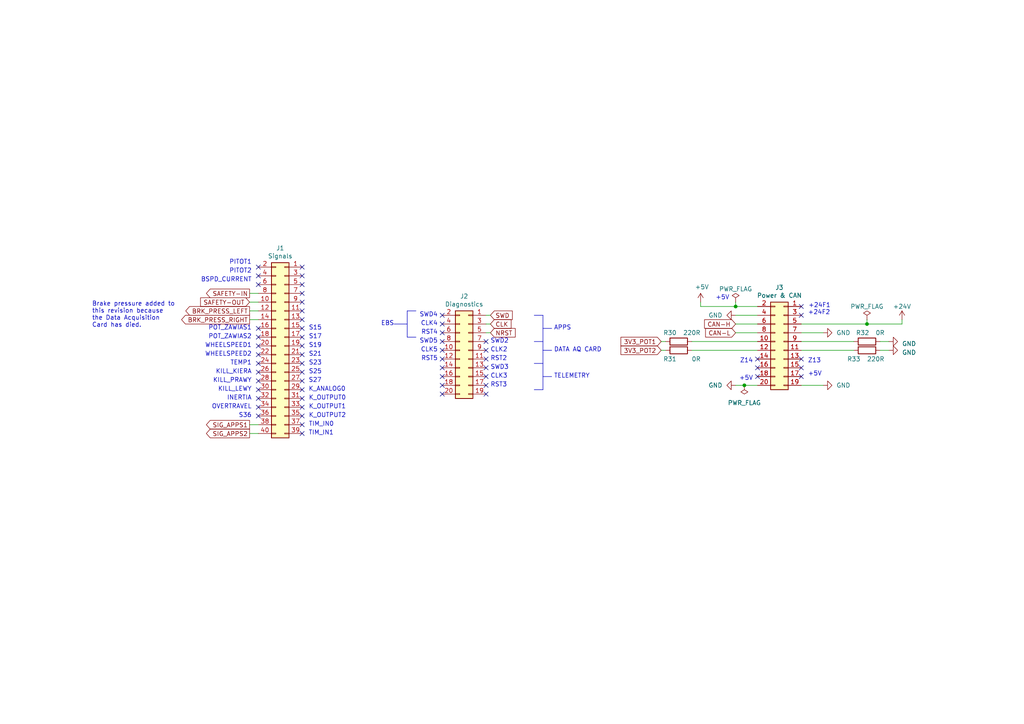
<source format=kicad_sch>
(kicad_sch (version 20230121) (generator eeschema)
  (paper "A4")
  (title_block (title "Connectors") (date "2023-04-22") (rev "2.0") (company "S. Sambor") (comment 1 "J. Jurczak") (comment 2 "P. Gawron") (comment 3 "I. Kajdan"))
  (lib_symbols
    (symbol "Device:R" (pin_numbers hide) (pin_names (offset 0))
      (property "Reference" "R" (at 2.032 0 90))
      (property "Value" "R" (at 0 0 90))
      (symbol "R_0_1"
        (rectangle (start -1.016 -2.54) (end 1.016 2.54) (stroke (width 0.254)))
      )
      (symbol "R_1_1"
        (pin passive line (at 0 3.81 270) (length 1.27) (name "~") (number "1"))
        (pin passive line (at 0 -3.81 90) (length 1.27) (name "~") (number "2"))
      )
    )
    (symbol "conn_02x10_odd_even:Conn_02x10_Odd_Even" (pin_names (offset 1.016) hide)
      (property "Reference" "J" (at 1.27 12.7 0))
      (property "Value" "conn_02x10_odd_even_Conn_02x10_Odd_Even" (at 1.27 -15.24 0))
      (symbol "Conn_02x10_Odd_Even_1_1"
        (rectangle (start -1.27 -12.573) (end 0 -12.827) (stroke (width 0.1524)))
        (rectangle (start -1.27 -10.033) (end 0 -10.287) (stroke (width 0.1524)))
        (rectangle (start -1.27 -7.493) (end 0 -7.747) (stroke (width 0.1524)))
        (rectangle (start -1.27 -4.953) (end 0 -5.207) (stroke (width 0.1524)))
        (rectangle (start -1.27 -2.413) (end 0 -2.667) (stroke (width 0.1524)))
        (rectangle (start -1.27 0.127) (end 0 -0.127) (stroke (width 0.1524)))
        (rectangle (start -1.27 2.667) (end 0 2.413) (stroke (width 0.1524)))
        (rectangle (start -1.27 5.207) (end 0 4.953) (stroke (width 0.1524)))
        (rectangle (start -1.27 7.747) (end 0 7.493) (stroke (width 0.1524)))
        (rectangle (start -1.27 10.287) (end 0 10.033) (stroke (width 0.1524)))
        (rectangle (start -1.27 11.43) (end 3.81 -13.97) (stroke (width 0.254)) (fill (type background)))
        (rectangle (start 3.81 -12.573) (end 2.54 -12.827) (stroke (width 0.1524)))
        (rectangle (start 3.81 -10.033) (end 2.54 -10.287) (stroke (width 0.1524)))
        (rectangle (start 3.81 -7.493) (end 2.54 -7.747) (stroke (width 0.1524)))
        (rectangle (start 3.81 -4.953) (end 2.54 -5.207) (stroke (width 0.1524)))
        (rectangle (start 3.81 -2.413) (end 2.54 -2.667) (stroke (width 0.1524)))
        (rectangle (start 3.81 0.127) (end 2.54 -0.127) (stroke (width 0.1524)))
        (rectangle (start 3.81 2.667) (end 2.54 2.413) (stroke (width 0.1524)))
        (rectangle (start 3.81 5.207) (end 2.54 4.953) (stroke (width 0.1524)))
        (rectangle (start 3.81 7.747) (end 2.54 7.493) (stroke (width 0.1524)))
        (rectangle (start 3.81 10.287) (end 2.54 10.033) (stroke (width 0.1524)))
        (pin passive line (at 7.62 10.16 180) (length 3.81) (name "Pin_1") (number "1"))
        (pin passive line (at -5.08 0 0) (length 3.81) (name "Pin_10") (number "10"))
        (pin passive line (at 7.62 -2.54 180) (length 3.81) (name "Pin_11") (number "11"))
        (pin passive line (at -5.08 -2.54 0) (length 3.81) (name "Pin_12") (number "12"))
        (pin passive line (at 7.62 -5.08 180) (length 3.81) (name "Pin_13") (number "13"))
        (pin passive line (at -5.08 -5.08 0) (length 3.81) (name "Pin_14") (number "14"))
        (pin passive line (at 7.62 -7.62 180) (length 3.81) (name "Pin_15") (number "15"))
        (pin passive line (at -5.08 -7.62 0) (length 3.81) (name "Pin_16") (number "16"))
        (pin passive line (at 7.62 -10.16 180) (length 3.81) (name "Pin_17") (number "17"))
        (pin passive line (at -5.08 -10.16 0) (length 3.81) (name "Pin_18") (number "18"))
        (pin passive line (at 7.62 -12.7 180) (length 3.81) (name "Pin_19") (number "19"))
        (pin passive line (at -5.08 10.16 0) (length 3.81) (name "Pin_2") (number "2"))
        (pin passive line (at -5.08 -12.7 0) (length 3.81) (name "Pin_20") (number "20"))
        (pin passive line (at 7.62 7.62 180) (length 3.81) (name "Pin_3") (number "3"))
        (pin passive line (at -5.08 7.62 0) (length 3.81) (name "Pin_4") (number "4"))
        (pin passive line (at 7.62 5.08 180) (length 3.81) (name "Pin_5") (number "5"))
        (pin passive line (at -5.08 5.08 0) (length 3.81) (name "Pin_6") (number "6"))
        (pin passive line (at 7.62 2.54 180) (length 3.81) (name "Pin_7") (number "7"))
        (pin passive line (at -5.08 2.54 0) (length 3.81) (name "Pin_8") (number "8"))
        (pin passive line (at 7.62 0 180) (length 3.81) (name "Pin_9") (number "9"))
      )
    )
    (symbol "conn_02x20_odd_even:Conn_02x20_Odd_Even" (pin_names (offset 1.016) hide)
      (property "Reference" "J" (at 1.27 25.4 0))
      (property "Value" "conn_02x20_odd_even_Conn_02x20_Odd_Even" (at 30.48 -25.4 0))
      (symbol "Conn_02x20_Odd_Even_1_1"
        (rectangle (start -1.27 -25.273) (end 0 -25.527) (stroke (width 0.1524)))
        (rectangle (start -1.27 -22.733) (end 0 -22.987) (stroke (width 0.1524)))
        (rectangle (start -1.27 -20.193) (end 0 -20.447) (stroke (width 0.1524)))
        (rectangle (start -1.27 -17.653) (end 0 -17.907) (stroke (width 0.1524)))
        (rectangle (start -1.27 -15.113) (end 0 -15.367) (stroke (width 0.1524)))
        (rectangle (start -1.27 -12.573) (end 0 -12.827) (stroke (width 0.1524)))
        (rectangle (start -1.27 -10.033) (end 0 -10.287) (stroke (width 0.1524)))
        (rectangle (start -1.27 -7.493) (end 0 -7.747) (stroke (width 0.1524)))
        (rectangle (start -1.27 -4.953) (end 0 -5.207) (stroke (width 0.1524)))
        (rectangle (start -1.27 -2.413) (end 0 -2.667) (stroke (width 0.1524)))
        (rectangle (start -1.27 0.127) (end 0 -0.127) (stroke (width 0.1524)))
        (rectangle (start -1.27 2.667) (end 0 2.413) (stroke (width 0.1524)))
        (rectangle (start -1.27 5.207) (end 0 4.953) (stroke (width 0.1524)))
        (rectangle (start -1.27 7.747) (end 0 7.493) (stroke (width 0.1524)))
        (rectangle (start -1.27 10.287) (end 0 10.033) (stroke (width 0.1524)))
        (rectangle (start -1.27 12.827) (end 0 12.573) (stroke (width 0.1524)))
        (rectangle (start -1.27 15.367) (end 0 15.113) (stroke (width 0.1524)))
        (rectangle (start -1.27 17.907) (end 0 17.653) (stroke (width 0.1524)))
        (rectangle (start -1.27 20.447) (end 0 20.193) (stroke (width 0.1524)))
        (rectangle (start -1.27 22.987) (end 0 22.733) (stroke (width 0.1524)))
        (rectangle (start -1.27 24.13) (end 3.81 -26.67) (stroke (width 0.254)) (fill (type background)))
        (rectangle (start 3.81 -25.273) (end 2.54 -25.527) (stroke (width 0.1524)))
        (rectangle (start 3.81 -22.733) (end 2.54 -22.987) (stroke (width 0.1524)))
        (rectangle (start 3.81 -20.193) (end 2.54 -20.447) (stroke (width 0.1524)))
        (rectangle (start 3.81 -17.653) (end 2.54 -17.907) (stroke (width 0.1524)))
        (rectangle (start 3.81 -15.113) (end 2.54 -15.367) (stroke (width 0.1524)))
        (rectangle (start 3.81 -12.573) (end 2.54 -12.827) (stroke (width 0.1524)))
        (rectangle (start 3.81 -10.033) (end 2.54 -10.287) (stroke (width 0.1524)))
        (rectangle (start 3.81 -7.493) (end 2.54 -7.747) (stroke (width 0.1524)))
        (rectangle (start 3.81 -4.953) (end 2.54 -5.207) (stroke (width 0.1524)))
        (rectangle (start 3.81 -2.413) (end 2.54 -2.667) (stroke (width 0.1524)))
        (rectangle (start 3.81 0.127) (end 2.54 -0.127) (stroke (width 0.1524)))
        (rectangle (start 3.81 2.667) (end 2.54 2.413) (stroke (width 0.1524)))
        (rectangle (start 3.81 5.207) (end 2.54 4.953) (stroke (width 0.1524)))
        (rectangle (start 3.81 7.747) (end 2.54 7.493) (stroke (width 0.1524)))
        (rectangle (start 3.81 10.287) (end 2.54 10.033) (stroke (width 0.1524)))
        (rectangle (start 3.81 12.827) (end 2.54 12.573) (stroke (width 0.1524)))
        (rectangle (start 3.81 15.367) (end 2.54 15.113) (stroke (width 0.1524)))
        (rectangle (start 3.81 17.907) (end 2.54 17.653) (stroke (width 0.1524)))
        (rectangle (start 3.81 20.447) (end 2.54 20.193) (stroke (width 0.1524)))
        (rectangle (start 3.81 22.987) (end 2.54 22.733) (stroke (width 0.1524)))
        (pin passive line (at 7.62 22.86 180) (length 3.81) (name "Pin_1") (number "1"))
        (pin passive line (at -5.08 12.7 0) (length 3.81) (name "Pin_10") (number "10"))
        (pin passive line (at 7.62 10.16 180) (length 3.81) (name "Pin_11") (number "11"))
        (pin passive line (at -5.08 10.16 0) (length 3.81) (name "Pin_12") (number "12"))
        (pin passive line (at 7.62 7.62 180) (length 3.81) (name "Pin_13") (number "13"))
        (pin passive line (at -5.08 7.62 0) (length 3.81) (name "Pin_14") (number "14"))
        (pin passive line (at 7.62 5.08 180) (length 3.81) (name "Pin_15") (number "15"))
        (pin passive line (at -5.08 5.08 0) (length 3.81) (name "Pin_16") (number "16"))
        (pin passive line (at 7.62 2.54 180) (length 3.81) (name "Pin_17") (number "17"))
        (pin passive line (at -5.08 2.54 0) (length 3.81) (name "Pin_18") (number "18"))
        (pin passive line (at 7.62 0 180) (length 3.81) (name "Pin_19") (number "19"))
        (pin passive line (at -5.08 22.86 0) (length 3.81) (name "Pin_2") (number "2"))
        (pin passive line (at -5.08 0 0) (length 3.81) (name "Pin_20") (number "20"))
        (pin passive line (at 7.62 -2.54 180) (length 3.81) (name "Pin_21") (number "21"))
        (pin passive line (at -5.08 -2.54 0) (length 3.81) (name "Pin_22") (number "22"))
        (pin passive line (at 7.62 -5.08 180) (length 3.81) (name "Pin_23") (number "23"))
        (pin passive line (at -5.08 -5.08 0) (length 3.81) (name "Pin_24") (number "24"))
        (pin passive line (at 7.62 -7.62 180) (length 3.81) (name "Pin_25") (number "25"))
        (pin passive line (at -5.08 -7.62 0) (length 3.81) (name "Pin_26") (number "26"))
        (pin passive line (at 7.62 -10.16 180) (length 3.81) (name "Pin_27") (number "27"))
        (pin passive line (at -5.08 -10.16 0) (length 3.81) (name "Pin_28") (number "28"))
        (pin passive line (at 7.62 -12.7 180) (length 3.81) (name "Pin_29") (number "29"))
        (pin passive line (at 7.62 20.32 180) (length 3.81) (name "Pin_3") (number "3"))
        (pin passive line (at -5.08 -12.7 0) (length 3.81) (name "Pin_30") (number "30"))
        (pin passive line (at 7.62 -15.24 180) (length 3.81) (name "Pin_31") (number "31"))
        (pin passive line (at -5.08 -15.24 0) (length 3.81) (name "Pin_32") (number "32"))
        (pin passive line (at 7.62 -17.78 180) (length 3.81) (name "Pin_33") (number "33"))
        (pin passive line (at -5.08 -17.78 0) (length 3.81) (name "Pin_34") (number "34"))
        (pin passive line (at 7.62 -20.32 180) (length 3.81) (name "Pin_35") (number "35"))
        (pin passive line (at -5.08 -20.32 0) (length 3.81) (name "Pin_36") (number "36"))
        (pin passive line (at 7.62 -22.86 180) (length 3.81) (name "Pin_37") (number "37"))
        (pin passive line (at -5.08 -22.86 0) (length 3.81) (name "Pin_38") (number "38"))
        (pin passive line (at 7.62 -25.4 180) (length 3.81) (name "Pin_39") (number "39"))
        (pin passive line (at -5.08 20.32 0) (length 3.81) (name "Pin_4") (number "4"))
        (pin passive line (at -5.08 -25.4 0) (length 3.81) (name "Pin_40") (number "40"))
        (pin passive line (at 7.62 17.78 180) (length 3.81) (name "Pin_5") (number "5"))
        (pin passive line (at -5.08 17.78 0) (length 3.81) (name "Pin_6") (number "6"))
        (pin passive line (at 7.62 15.24 180) (length 3.81) (name "Pin_7") (number "7"))
        (pin passive line (at -5.08 15.24 0) (length 3.81) (name "Pin_8") (number "8"))
        (pin passive line (at 7.62 12.7 180) (length 3.81) (name "Pin_9") (number "9"))
      )
    )
    (symbol "power:+24V" (power) (pin_names (offset 0))
      (property "Value" "+24V" (at 0 3.556 0))
      (symbol "+24V_0_1"
        (polyline (pts (xy -0.762 1.27) (xy 0 2.54)))
        (polyline (pts (xy 0 0) (xy 0 2.54)))
        (polyline (pts (xy 0 2.54) (xy 0.762 1.27)))
      )
      (symbol "+24V_1_1"
        (pin power_in line (at 0 0 90) (length 0) hide (name "+24V") (number "1"))
      )
    )
    (symbol "power:+5V" (power) (pin_names (offset 0))
      (property "Value" "+5V" (at 0 3.556 0))
      (symbol "+5V_0_1"
        (polyline (pts (xy -0.762 1.27) (xy 0 2.54)))
        (polyline (pts (xy 0 0) (xy 0 2.54)))
        (polyline (pts (xy 0 2.54) (xy 0.762 1.27)))
      )
      (symbol "+5V_1_1"
        (pin power_in line (at 0 0 90) (length 0) hide (name "+5V") (number "1"))
      )
    )
    (symbol "power:GND" (power) (pin_names (offset 0))
      (property "Value" "GND" (at 0 -3.81 0))
      (symbol "GND_0_1"
        (polyline (pts (xy 0 0) (xy 0 -1.27) (xy 1.27 -1.27) (xy 0 -2.54) (xy -1.27 -1.27) (xy 0 -1.27)))
      )
      (symbol "GND_1_1"
        (pin power_in line (at 0 0 270) (length 0) hide (name "GND") (number "1"))
      )
    )
    (symbol "power:PWR_FLAG" (power) (pin_numbers hide) (pin_names (offset 0) hide)
      (property "Value" "PWR_FLAG" (at 0 3.81 0))
      (symbol "PWR_FLAG_0_0"
        (pin power_out line (at 0 0 90) (length 0) (name "pwr") (number "1"))
      )
      (symbol "PWR_FLAG_0_1"
        (polyline (pts (xy 0 0) (xy 0 1.27) (xy -1.016 1.905) (xy 0 2.54) (xy 1.016 1.905) (xy 0 1.27)))
      )
    )
  )
  (junction (at 213.36 88.9))
  (junction (at 251.46 93.98))
  (junction (at 215.9 111.76))
  (no_connect (at 87.63 80.01))
  (no_connect (at 140.97 99.06))
  (no_connect (at 140.97 111.76))
  (no_connect (at 140.97 101.6))
  (no_connect (at 140.97 104.14))
  (no_connect (at 128.27 91.44))
  (no_connect (at 128.27 93.98))
  (no_connect (at 128.27 96.52))
  (no_connect (at 128.27 99.06))
  (no_connect (at 128.27 101.6))
  (no_connect (at 128.27 104.14))
  (no_connect (at 140.97 106.68))
  (no_connect (at 140.97 109.22))
  (no_connect (at 128.27 111.76))
  (no_connect (at 87.63 77.47))
  (no_connect (at 87.63 85.09))
  (no_connect (at 87.63 82.55))
  (no_connect (at 74.93 115.57))
  (no_connect (at 74.93 118.11))
  (no_connect (at 74.93 120.65))
  (no_connect (at 74.93 105.41))
  (no_connect (at 74.93 107.95))
  (no_connect (at 74.93 110.49))
  (no_connect (at 74.93 113.03))
  (no_connect (at 74.93 95.25))
  (no_connect (at 74.93 97.79))
  (no_connect (at 74.93 100.33))
  (no_connect (at 74.93 102.87))
  (no_connect (at 74.93 77.47))
  (no_connect (at 74.93 80.01))
  (no_connect (at 74.93 82.55))
  (no_connect (at 87.63 87.63))
  (no_connect (at 232.41 91.44))
  (no_connect (at 232.41 109.22))
  (no_connect (at 232.41 104.14))
  (no_connect (at 219.71 104.14))
  (no_connect (at 219.71 109.22))
  (no_connect (at 232.41 106.68))
  (no_connect (at 87.63 115.57))
  (no_connect (at 87.63 107.95))
  (no_connect (at 87.63 110.49))
  (no_connect (at 87.63 113.03))
  (no_connect (at 87.63 118.11))
  (no_connect (at 87.63 120.65))
  (no_connect (at 87.63 123.19))
  (no_connect (at 87.63 125.73))
  (no_connect (at 87.63 97.79))
  (no_connect (at 87.63 100.33))
  (no_connect (at 87.63 102.87))
  (no_connect (at 87.63 105.41))
  (no_connect (at 87.63 95.25))
  (no_connect (at 128.27 106.68))
  (no_connect (at 232.41 88.9))
  (no_connect (at 128.27 109.22))
  (no_connect (at 87.63 92.71))
  (no_connect (at 87.63 90.17))
  (no_connect (at 128.27 114.3))
  (no_connect (at 219.71 106.68))
  (no_connect (at 140.97 114.3))
  (polyline (pts (xy 157.48 91.44) (xy 157.48 113.03)))
  (wire (pts (xy 261.62 93.98) (xy 261.62 92.71)))
  (wire (pts (xy 203.2 87.63) (xy 203.2 88.9)))
  (wire (pts (xy 232.41 99.06) (xy 247.65 99.06)))
  (wire (pts (xy 255.27 99.06) (xy 257.81 99.06)))
  (wire (pts (xy 232.41 93.98) (xy 251.46 93.98)))
  (polyline (pts (xy 118.11 97.79) (xy 120.65 97.79)))
  (wire (pts (xy 72.39 125.73) (xy 74.93 125.73)))
  (polyline (pts (xy 157.48 95.25) (xy 160.02 95.25)))
  (polyline (pts (xy 157.48 109.22) (xy 160.02 109.22)))
  (polyline (pts (xy 157.48 105.41) (xy 154.94 105.41)))
  (wire (pts (xy 213.36 88.9) (xy 219.71 88.9)))
  (wire (pts (xy 72.39 85.09) (xy 74.93 85.09)))
  (wire (pts (xy 72.39 87.63) (xy 74.93 87.63)))
  (wire (pts (xy 219.71 111.76) (xy 215.9 111.76)))
  (wire (pts (xy 140.97 93.98) (xy 142.24 93.98)))
  (polyline (pts (xy 118.11 93.98) (xy 114.3 93.98)))
  (wire (pts (xy 72.39 123.19) (xy 74.93 123.19)))
  (wire (pts (xy 72.39 90.17) (xy 74.93 90.17)))
  (polyline (pts (xy 157.48 113.03) (xy 154.94 113.03)))
  (wire (pts (xy 219.71 91.44) (xy 213.36 91.44)))
  (polyline (pts (xy 157.48 101.6) (xy 160.02 101.6)))
  (wire (pts (xy 255.27 101.6) (xy 257.81 101.6)))
  (wire (pts (xy 200.66 101.6) (xy 219.71 101.6)))
  (wire (pts (xy 219.71 96.52) (xy 213.36 96.52)))
  (wire (pts (xy 213.36 87.63) (xy 213.36 88.9)))
  (wire (pts (xy 232.41 96.52) (xy 238.76 96.52)))
  (polyline (pts (xy 120.65 90.17) (xy 118.11 90.17)))
  (wire (pts (xy 200.66 99.06) (xy 219.71 99.06)))
  (wire (pts (xy 140.97 96.52) (xy 142.24 96.52)))
  (wire (pts (xy 191.77 101.6) (xy 193.04 101.6)))
  (wire (pts (xy 232.41 111.76) (xy 238.76 111.76)))
  (polyline (pts (xy 154.94 91.44) (xy 157.48 91.44)))
  (wire (pts (xy 72.39 92.71) (xy 74.93 92.71)))
  (wire (pts (xy 215.9 111.76) (xy 213.36 111.76)))
  (wire (pts (xy 219.71 93.98) (xy 213.36 93.98)))
  (wire (pts (xy 203.2 88.9) (xy 213.36 88.9)))
  (wire (pts (xy 140.97 91.44) (xy 142.24 91.44)))
  (wire (pts (xy 191.77 99.06) (xy 193.04 99.06)))
  (wire (pts (xy 251.46 92.71) (xy 251.46 93.98)))
  (polyline (pts (xy 157.48 99.06) (xy 154.94 99.06)))
  (wire (pts (xy 232.41 101.6) (xy 247.65 101.6)))
  (wire (pts (xy 251.46 93.98) (xy 261.62 93.98)))
  (polyline (pts (xy 118.11 90.17) (xy 118.11 97.79)))
  (text_box "Brake pressure added to this revision because the Data Acquisition Card has died." (at 25.7175 86.2805 0) (size 26.3525 10.2395) (stroke (width -0.0001)) (effects (font (size 1.27 1.27)) (justify left top)))
  (text "OVERTRAVEL" (at 73.025 118.745 0) (effects (font (size 1.27 1.27)) (justify right bottom)))
  (text "S19\n" (at 89.535 100.965 0) (effects (font (size 1.27 1.27)) (justify left bottom)))
  (text "K_OUTPUT0" (at 89.535 116.205 0) (effects (font (size 1.27 1.27)) (justify left bottom)))
  (text "SWD4" (at 127 92.075 0) (effects (font (size 1.27 1.27)) (justify right bottom)))
  (text "WHEELSPEED2" (at 73.025 103.505 0) (effects (font (size 1.27 1.27)) (justify right bottom)))
  (text "CLK2" (at 142.24 102.235 0) (effects (font (size 1.27 1.27)) (justify left bottom)))
  (text "+24F1" (at 234.442 89.408 0) (effects (font (size 1.27 1.27)) (justify left bottom)))
  (text "PITOT2" (at 73.025 79.375 0) (effects (font (size 1.27 1.27)) (justify right bottom)))
  (text "SWD5" (at 127 99.695 0) (effects (font (size 1.27 1.27)) (justify right bottom)))
  (text "KILL_PRAWY" (at 73.025 111.125 0) (effects (font (size 1.27 1.27)) (justify right bottom)))
  (text "+24F2\n" (at 234.315 91.44 0) (effects (font (size 1.27 1.27)) (justify left bottom)))
  (text "POT_ZAWIAS2" (at 73.025 98.425 0) (effects (font (size 1.27 1.27)) (justify right bottom)))
  (text "PITOT1" (at 73.025 76.835 0) (effects (font (size 1.27 1.27)) (justify right bottom)))
  (text "RST4\n" (at 127 97.155 0) (effects (font (size 1.27 1.27)) (justify right bottom)))
  (text "TEMP1" (at 73.025 106.045 0) (effects (font (size 1.27 1.27)) (justify right bottom)))
  (text "S36\n" (at 73.025 121.285 0) (effects (font (size 1.27 1.27)) (justify right bottom)))
  (text "BSPD_CURRENT" (at 73.025 81.915 0) (effects (font (size 1.27 1.27)) (justify right bottom)))
  (text "SWD2\n" (at 142.24 99.695 0) (effects (font (size 1.27 1.27)) (justify left bottom)))
  (text "K_ANALOG0" (at 89.483 113.6639 0) (effects (font (size 1.27 1.27)) (justify left bottom)))
  (text "S15" (at 89.535 95.885 0) (effects (font (size 1.27 1.27)) (justify left bottom)))
  (text "SWD3" (at 142.24 107.315 0) (effects (font (size 1.27 1.27)) (justify left bottom)))
  (text "CLK3" (at 142.24 109.855 0) (effects (font (size 1.27 1.27)) (justify left bottom)))
  (text "TELEMETRY" (at 160.655 109.855 0) (effects (font (size 1.27 1.27)) (justify left bottom)))
  (text "KILL_LEWY" (at 73.025 113.665 0) (effects (font (size 1.27 1.27)) (justify right bottom)))
  (text "WHEELSPEED1" (at 73.025 100.965 0) (effects (font (size 1.27 1.27)) (justify right bottom)))
  (text "APPS" (at 160.655 95.885 0) (effects (font (size 1.27 1.27)) (justify left bottom)))
  (text "Z14" (at 218.44 105.41 0) (effects (font (size 1.27 1.27)) (justify right bottom)))
  (text "S23" (at 89.535 106.045 0) (effects (font (size 1.27 1.27)) (justify left bottom)))
  (text "RST5" (at 127 104.775 0) (effects (font (size 1.27 1.27)) (justify right bottom)))
  (text "DATA AQ CARD" (at 160.655 102.235 0) (effects (font (size 1.27 1.27)) (justify left bottom)))
  (text "CLK5" (at 127 102.235 0) (effects (font (size 1.27 1.27)) (justify right bottom)))
  (text "K_OUTPUT2" (at 89.535 121.285 0) (effects (font (size 1.27 1.27)) (justify left bottom)))
  (text "+5V" (at 234.315 109.22 0) (effects (font (size 1.27 1.27)) (justify left bottom)))
  (text "K_OUTPUT1" (at 89.535 118.745 0) (effects (font (size 1.27 1.27)) (justify left bottom)))
  (text "RST3" (at 142.24 112.395 0) (effects (font (size 1.27 1.27)) (justify left bottom)))
  (text "S25\n" (at 89.535 108.585 0) (effects (font (size 1.27 1.27)) (justify left bottom)))
  (text "+5V" (at 211.582 87.122 0) (effects (font (size 1.27 1.27)) (justify right bottom)))
  (text "TIM_IN0" (at 89.535 123.825 0) (effects (font (size 1.27 1.27)) (justify left bottom)))
  (text "S27" (at 89.483 111.1067 0) (effects (font (size 1.27 1.27)) (justify left bottom)))
  (text "KILL_KIERA" (at 73.025 108.585 0) (effects (font (size 1.27 1.27)) (justify right bottom)))
  (text "Z13" (at 234.315 105.41 0) (effects (font (size 1.27 1.27)) (justify left bottom)))
  (text "TIM_IN1" (at 89.483 126.3456 0) (effects (font (size 1.27 1.27)) (justify left bottom)))
  (text "RST2" (at 142.24 104.775 0) (effects (font (size 1.27 1.27)) (justify left bottom)))
  (text "CLK4" (at 127 94.615 0) (effects (font (size 1.27 1.27)) (justify right bottom)))
  (text "POT_ZAWIAS1" (at 73.025 95.885 0) (effects (font (size 1.27 1.27)) (justify right bottom)))
  (text "S17" (at 89.535 98.425 0) (effects (font (size 1.27 1.27)) (justify left bottom)))
  (text "INERTIA\n" (at 73.025 116.205 0) (effects (font (size 1.27 1.27)) (justify right bottom)))
  (text "S21" (at 89.535 103.505 0) (effects (font (size 1.27 1.27)) (justify left bottom)))
  (text "+5V" (at 218.44 110.49 0) (effects (font (size 1.27 1.27)) (justify right bottom)))
  (text "EBS" (at 110.49 94.615 0) (effects (font (size 1.27 1.27)) (justify left bottom)))
  (global_label "SAFETY-OUT" (shape input) (at 72.39 87.63 180) (property "Intersheetrefs" "${INTERSHEET_REFS}" (effects hide)))
  (global_label "3V3_POT2" (shape input) (at 191.77 101.6 180) (property "Intersheetrefs" "${INTERSHEET_REFS}" (effects hide)))
  (global_label "SWD" (shape input) (at 142.24 91.44 0) (property "Intersheetrefs" "${INTERSHEET_REFS}" (effects hide)))
  (global_label "NRST" (shape input) (at 142.24 96.52 0) (property "Intersheetrefs" "${INTERSHEET_REFS}" (effects hide)))
  (global_label "BRK_PRESS_LEFT" (shape output) (at 72.39 90.17 180) (property "Intersheetrefs" "${INTERSHEET_REFS}" (effects hide)))
  (global_label "SAFETY-IN" (shape output) (at 72.39 85.09 180) (property "Intersheetrefs" "${INTERSHEET_REFS}" (effects hide)))
  (global_label "CAN-L" (shape input) (at 213.36 96.52 180) (property "Intersheetrefs" "${INTERSHEET_REFS}" (effects hide)))
  (global_label "SIG_APPS1" (shape output) (at 72.39 123.19 180) (property "Intersheetrefs" "${INTERSHEET_REFS}" (effects hide)))
  (global_label "3V3_POT1" (shape input) (at 191.77 99.06 180) (property "Intersheetrefs" "${INTERSHEET_REFS}" (effects hide)))
  (global_label "CLK" (shape input) (at 142.24 93.98 0) (property "Intersheetrefs" "${INTERSHEET_REFS}" (effects hide)))
  (global_label "CAN-H" (shape input) (at 213.36 93.98 180) (property "Intersheetrefs" "${INTERSHEET_REFS}" (effects hide)))
  (global_label "SIG_APPS2" (shape output) (at 72.39 125.73 180) (property "Intersheetrefs" "${INTERSHEET_REFS}" (effects hide)))
  (global_label "BRK_PRESS_RIGHT" (shape output) (at 72.39 92.71 180) (property "Intersheetrefs" "${INTERSHEET_REFS}" (effects hide)))
  (symbol (lib_id "Device:R") (at 251.46 101.6 270) (unit 1)
    (property "Reference" "R33" (at 247.65 104.14 90))
    (property "Value" "220R" (at 254 104.14 90))
    (property "Footprint" "Resistor_SMD:R_0603_1608Metric_Pad0.98x0.95mm_HandSolder" (effects hide))
  )
  (symbol (lib_id "power:+24V") (at 261.62 92.71 0) (unit 1)
    (property "Reference" "#PWR048" (effects hide))
    (property "Value" "+24V" (at 261.62 88.9 0))
  )
  (symbol (lib_id "power:GND") (at 257.81 101.6 90) (unit 1)
    (property "Reference" "#PWR047" (effects hide))
    (property "Value" "GND" (at 261.62 102.235 90) (effects (justify right)))
  )
  (symbol (lib_id "power:GND") (at 238.76 111.76 90) (unit 1)
    (property "Reference" "#PWR045" (effects hide))
    (property "Value" "GND" (at 242.57 111.76 90) (effects (justify right)))
  )
  (symbol (lib_id "conn_02x10_odd_even:Conn_02x10_Odd_Even") (at 133.35 101.6 0) (unit 1)
    (property "Reference" "J2" (at 134.62 85.9282 0))
    (property "Value" "Diagnostics" (at 134.62 88.2396 0))
    (property "Footprint" "Connector_PinSocket_2.54mm:PinSocket_2x10_P2.54mm_Vertical" (effects hide))
  )
  (symbol (lib_id "power:GND") (at 213.36 111.76 270) (unit 1)
    (property "Reference" "#PWR043" (effects hide))
    (property "Value" "GND" (at 209.55 111.7599 90) (effects (justify right)))
  )
  (symbol (lib_id "power:GND") (at 238.76 96.52 90) (unit 1)
    (property "Reference" "#PWR044" (effects hide))
    (property "Value" "GND" (at 242.57 96.52 90) (effects (justify right)))
  )
  (symbol (lib_id "power:+5V") (at 203.2 87.63 0) (unit 1)
    (property "Reference" "#PWR019" (effects hide))
    (property "Value" "+5V" (at 203.581 83.2358 0))
    (instances (project "APPS" (path "" (reference "#PWR019") (unit 1)) (path "" (reference "#PWR041") (unit 1))))
  )
  (symbol (lib_id "power:GND") (at 257.81 99.06 90) (unit 1)
    (property "Reference" "#PWR046" (effects hide))
    (property "Value" "GND" (at 261.62 99.695 90) (effects (justify right)))
  )
  (symbol (lib_id "conn_02x10_odd_even:Conn_02x10_Odd_Even") (at 224.79 99.06 0) (unit 1)
    (property "Reference" "J3" (at 226.06 83.3882 0))
    (property "Value" "Power & CAN" (at 226.06 85.6996 0))
    (property "Footprint" "Connector_PinSocket_2.54mm:PinSocket_2x10_P2.54mm_Vertical" (effects hide))
  )
  (symbol (lib_id "power:PWR_FLAG") (at 213.36 87.63 0) (unit 1)
    (property "Reference" "#FLG02" (effects hide))
    (property "Value" "PWR_FLAG" (at 213.36 83.82 0))
  )
  (symbol (lib_id "power:PWR_FLAG") (at 251.46 92.71 0) (unit 1)
    (property "Reference" "#FLG04" (effects hide))
    (property "Value" "PWR_FLAG" (at 251.46 88.9 0))
  )
  (symbol (lib_id "conn_02x20_odd_even:Conn_02x20_Odd_Even") (at 80.01 100.33 0) (unit 1)
    (property "Reference" "J1" (at 81.28 71.9582 0))
    (property "Value" "Signals" (at 81.28 74.2696 0))
    (property "Footprint" "Connector_PinSocket_2.54mm:PinSocket_2x20_P2.54mm_Vertical" (effects hide))
  )
  (symbol (lib_id "power:GND") (at 213.36 91.44 270) (unit 1)
    (property "Reference" "#PWR042" (effects hide))
    (property "Value" "GND" (at 209.55 91.4399 90) (effects (justify right)))
  )
  (symbol (lib_id "Device:R") (at 196.85 99.06 90) (unit 1)
    (property "Reference" "R30" (at 194.31 96.52 90))
    (property "Value" "220R" (at 200.66 96.52 90))
    (property "Footprint" "Resistor_SMD:R_0603_1608Metric_Pad0.98x0.95mm_HandSolder" (effects hide))
  )
  (symbol (lib_id "Device:R") (at 251.46 99.06 270) (unit 1)
    (property "Reference" "R32" (at 250.19 96.52 90))
    (property "Value" "0R" (at 255.27 96.52 90))
    (property "Footprint" "Resistor_SMD:R_0603_1608Metric_Pad0.98x0.95mm_HandSolder" (effects hide))
  )
  (symbol (lib_id "Device:R") (at 196.85 101.6 90) (unit 1)
    (property "Reference" "R31" (at 194.31 104.14 90))
    (property "Value" "0R" (at 201.93 104.14 90))
    (property "Footprint" "Resistor_SMD:R_0603_1608Metric_Pad0.98x0.95mm_HandSolder" (effects hide))
  )
  (symbol (lib_id "power:PWR_FLAG") (at 215.9 111.76 180) (unit 1)
    (property "Reference" "#FLG03" (effects hide))
    (property "Value" "PWR_FLAG" (at 215.9 116.84 0))
  )
)
</source>
